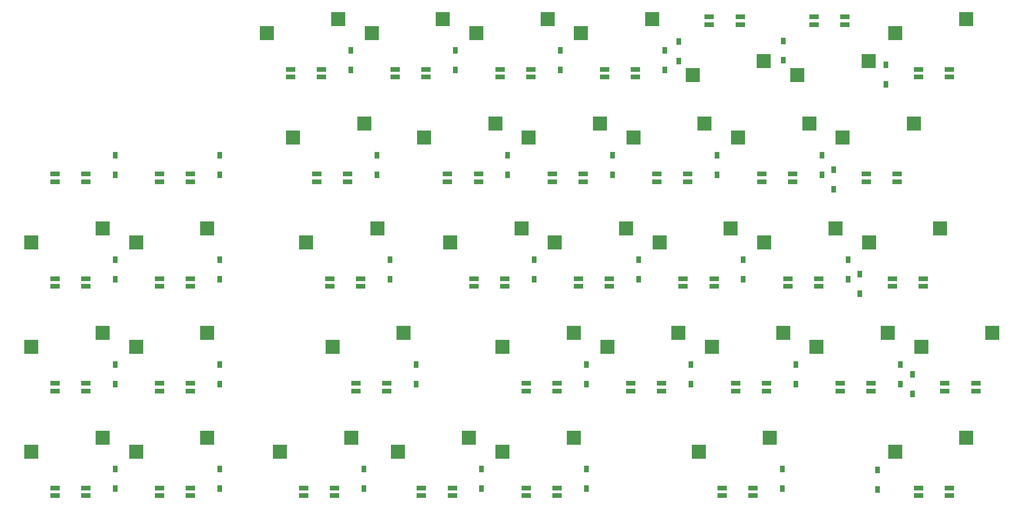
<source format=gbr>
%TF.GenerationSoftware,KiCad,Pcbnew,8.0.8*%
%TF.CreationDate,2025-04-15T16:35:59+09:00*%
%TF.ProjectId,sswkbd_left,7373776b-6264-45f6-9c65-66742e6b6963,rev?*%
%TF.SameCoordinates,Original*%
%TF.FileFunction,Paste,Bot*%
%TF.FilePolarity,Positive*%
%FSLAX46Y46*%
G04 Gerber Fmt 4.6, Leading zero omitted, Abs format (unit mm)*
G04 Created by KiCad (PCBNEW 8.0.8) date 2025-04-15 16:35:59*
%MOMM*%
%LPD*%
G01*
G04 APERTURE LIST*
%ADD10R,0.950000X1.300000*%
%ADD11R,2.550000X2.500000*%
%ADD12R,1.700000X0.825000*%
G04 APERTURE END LIST*
D10*
%TO.C,D67*%
X86461999Y-153979950D03*
X86461999Y-150429950D03*
%TD*%
%TO.C,D50*%
X60336999Y-134979950D03*
X60336999Y-131429950D03*
%TD*%
D11*
%TO.C,SW6*%
X178076250Y-76300000D03*
X165149250Y-78840000D03*
%TD*%
D10*
%TO.C,D38*%
X155361999Y-115954950D03*
X155361999Y-112404950D03*
%TD*%
%TO.C,D52*%
X126861999Y-134979950D03*
X126861999Y-131429950D03*
%TD*%
%TO.C,D39*%
X174361999Y-115954950D03*
X174361999Y-112404950D03*
%TD*%
D11*
%TO.C,SW50*%
X45155750Y-128220000D03*
X58082750Y-125680000D03*
%TD*%
D10*
%TO.C,D4*%
X141111999Y-77929950D03*
X141111999Y-74379950D03*
%TD*%
D11*
%TO.C,SW2*%
X87905750Y-71220000D03*
X100832750Y-68680000D03*
%TD*%
%TO.C,SW22*%
X154405750Y-90220000D03*
X167332750Y-87680000D03*
%TD*%
%TO.C,SW53*%
X130655750Y-128220000D03*
X143582750Y-125680000D03*
%TD*%
%TO.C,SW66*%
X45155750Y-147220000D03*
X58082750Y-144680000D03*
%TD*%
D10*
%TO.C,D1*%
X84111999Y-77929950D03*
X84111999Y-74379950D03*
%TD*%
D11*
%TO.C,SW18*%
X73655750Y-90220000D03*
X86582750Y-87680000D03*
%TD*%
D10*
%TO.C,D51*%
X95961999Y-134979950D03*
X95961999Y-131429950D03*
%TD*%
D11*
%TO.C,SW67*%
X71280750Y-147220000D03*
X84207750Y-144680000D03*
%TD*%
D10*
%TO.C,D3*%
X122111999Y-77929950D03*
X122111999Y-74379950D03*
%TD*%
D11*
%TO.C,SW70*%
X147255750Y-147220000D03*
X160182750Y-144680000D03*
%TD*%
%TO.C,SW68*%
X92655750Y-147220000D03*
X105582750Y-144680000D03*
%TD*%
%TO.C,SW23*%
X173405750Y-90220000D03*
X186332750Y-87680000D03*
%TD*%
D10*
%TO.C,D23*%
X171795000Y-99555000D03*
X171795000Y-96005000D03*
%TD*%
%TO.C,D33*%
X41336999Y-115954950D03*
X41336999Y-112404950D03*
%TD*%
%TO.C,D65*%
X41336999Y-153979950D03*
X41336999Y-150429950D03*
%TD*%
%TO.C,D70*%
X162461999Y-153979950D03*
X162461999Y-150429950D03*
%TD*%
D11*
%TO.C,SW65*%
X26155750Y-147220000D03*
X39082750Y-144680000D03*
%TD*%
D10*
%TO.C,D6*%
X162600000Y-76175000D03*
X162600000Y-72625000D03*
%TD*%
%TO.C,D36*%
X117361999Y-115954950D03*
X117361999Y-112404950D03*
%TD*%
D11*
%TO.C,SW38*%
X140155750Y-109220000D03*
X153082750Y-106680000D03*
%TD*%
%TO.C,SW69*%
X111655750Y-147220000D03*
X124582750Y-144680000D03*
%TD*%
D10*
%TO.C,D69*%
X126861999Y-153979950D03*
X126861999Y-150429950D03*
%TD*%
D11*
%TO.C,SW51*%
X80780750Y-128220000D03*
X93707750Y-125680000D03*
%TD*%
D10*
%TO.C,D20*%
X131611999Y-96929950D03*
X131611999Y-93379950D03*
%TD*%
D11*
%TO.C,SW49*%
X26155750Y-128220000D03*
X39082750Y-125680000D03*
%TD*%
%TO.C,SW56*%
X187655750Y-128220000D03*
X200582750Y-125680000D03*
%TD*%
%TO.C,SW7*%
X182905750Y-71220000D03*
X195832750Y-68680000D03*
%TD*%
%TO.C,SW39*%
X159155750Y-109220000D03*
X172082750Y-106680000D03*
%TD*%
%TO.C,SW4*%
X125905750Y-71220000D03*
X138832750Y-68680000D03*
%TD*%
D10*
%TO.C,D22*%
X169611999Y-96929950D03*
X169611999Y-93379950D03*
%TD*%
%TO.C,D16*%
X41336999Y-96929950D03*
X41336999Y-93379950D03*
%TD*%
%TO.C,D49*%
X41336999Y-134979950D03*
X41336999Y-131429950D03*
%TD*%
%TO.C,D53*%
X145861999Y-134979950D03*
X145861999Y-131429950D03*
%TD*%
%TO.C,D7*%
X181255000Y-80530000D03*
X181255000Y-76980000D03*
%TD*%
%TO.C,D37*%
X136361999Y-115954950D03*
X136361999Y-112404950D03*
%TD*%
D11*
%TO.C,SW19*%
X97405750Y-90220000D03*
X110332750Y-87680000D03*
%TD*%
%TO.C,SW36*%
X102155750Y-109220000D03*
X115082750Y-106680000D03*
%TD*%
%TO.C,SW55*%
X168655750Y-128220000D03*
X181582750Y-125680000D03*
%TD*%
D10*
%TO.C,D56*%
X186040000Y-136795000D03*
X186040000Y-133245000D03*
%TD*%
%TO.C,D5*%
X143637000Y-76321000D03*
X143637000Y-72771000D03*
%TD*%
%TO.C,D35*%
X91211999Y-115954950D03*
X91211999Y-112404950D03*
%TD*%
%TO.C,D21*%
X150611999Y-96929950D03*
X150611999Y-93379950D03*
%TD*%
D11*
%TO.C,SW5*%
X159076250Y-76300000D03*
X146149250Y-78840000D03*
%TD*%
%TO.C,SW52*%
X111655750Y-128220000D03*
X124582750Y-125680000D03*
%TD*%
D10*
%TO.C,D18*%
X88836999Y-96929950D03*
X88836999Y-93379950D03*
%TD*%
D11*
%TO.C,SW54*%
X149655750Y-128220000D03*
X162582750Y-125680000D03*
%TD*%
%TO.C,SW33*%
X26155750Y-109220000D03*
X39082750Y-106680000D03*
%TD*%
%TO.C,SW37*%
X121155750Y-109220000D03*
X134082750Y-106680000D03*
%TD*%
%TO.C,SW1*%
X68905750Y-71220000D03*
X81832750Y-68680000D03*
%TD*%
D10*
%TO.C,D55*%
X183861999Y-134979950D03*
X183861999Y-131429950D03*
%TD*%
%TO.C,D54*%
X164861999Y-134979950D03*
X164861999Y-131429950D03*
%TD*%
D11*
%TO.C,SW71*%
X182905750Y-147220000D03*
X195832750Y-144680000D03*
%TD*%
%TO.C,SW21*%
X135405750Y-90220000D03*
X148332750Y-87680000D03*
%TD*%
D10*
%TO.C,D2*%
X103111999Y-77929950D03*
X103111999Y-74379950D03*
%TD*%
D11*
%TO.C,SW40*%
X178155750Y-109220000D03*
X191082750Y-106680000D03*
%TD*%
%TO.C,SW20*%
X116405750Y-90220000D03*
X129332750Y-87680000D03*
%TD*%
%TO.C,SW35*%
X76030750Y-109220000D03*
X88957750Y-106680000D03*
%TD*%
%TO.C,SW34*%
X45155750Y-109220000D03*
X58082750Y-106680000D03*
%TD*%
D10*
%TO.C,D34*%
X60336999Y-115954950D03*
X60336999Y-112404950D03*
%TD*%
%TO.C,D71*%
X179695000Y-154080000D03*
X179695000Y-150530000D03*
%TD*%
D11*
%TO.C,SW3*%
X106905750Y-71220000D03*
X119832750Y-68680000D03*
%TD*%
D10*
%TO.C,D68*%
X107861999Y-153979950D03*
X107861999Y-150429950D03*
%TD*%
%TO.C,D19*%
X112611999Y-96929950D03*
X112611999Y-93379950D03*
%TD*%
%TO.C,D17*%
X60336999Y-96929950D03*
X60336999Y-93379950D03*
%TD*%
%TO.C,D40*%
X176525000Y-118525000D03*
X176525000Y-114975000D03*
%TD*%
D12*
%TO.C,LED3*%
X30440750Y-134822999D03*
X30440750Y-136223000D03*
X36040750Y-136223001D03*
X36040750Y-134823000D03*
%TD*%
%TO.C,LED27*%
X144440750Y-115822999D03*
X144440750Y-117223000D03*
X150040750Y-117223001D03*
X150040750Y-115823000D03*
%TD*%
%TO.C,LED7*%
X49440750Y-115822999D03*
X49440750Y-117223000D03*
X55040750Y-117223001D03*
X55040750Y-115823000D03*
%TD*%
%TO.C,LED32*%
X172940750Y-134822999D03*
X172940750Y-136223000D03*
X178540750Y-136223001D03*
X178540750Y-134823000D03*
%TD*%
%TO.C,LED38*%
X187190750Y-77822999D03*
X187190750Y-79223000D03*
X192790750Y-79223001D03*
X192790750Y-77823000D03*
%TD*%
%TO.C,LED13*%
X75565750Y-153822999D03*
X75565750Y-155223000D03*
X81165750Y-155223001D03*
X81165750Y-153823000D03*
%TD*%
%TO.C,LED30*%
X158690750Y-96822999D03*
X158690750Y-98223000D03*
X164290750Y-98223001D03*
X164290750Y-96823000D03*
%TD*%
%TO.C,LED28*%
X130190750Y-77822999D03*
X130190750Y-79223000D03*
X135790750Y-79223001D03*
X135790750Y-77823000D03*
%TD*%
%TO.C,LED35*%
X177690750Y-96822999D03*
X177690750Y-98223000D03*
X183290750Y-98223001D03*
X183290750Y-96823000D03*
%TD*%
%TO.C,LED29*%
X154791250Y-69697001D03*
X154791250Y-68297000D03*
X149191250Y-68296999D03*
X149191250Y-69697000D03*
%TD*%
%TO.C,LED11*%
X80315750Y-115822999D03*
X80315750Y-117223000D03*
X85915750Y-117223001D03*
X85915750Y-115823000D03*
%TD*%
%TO.C,LED37*%
X173791250Y-69697001D03*
X173791250Y-68297000D03*
X168191250Y-68296999D03*
X168191250Y-69697000D03*
%TD*%
%TO.C,LED14*%
X96940750Y-153822999D03*
X96940750Y-155223000D03*
X102540750Y-155223001D03*
X102540750Y-153823000D03*
%TD*%
%TO.C,LED1*%
X30440750Y-96822999D03*
X30440750Y-98223000D03*
X36040750Y-98223001D03*
X36040750Y-96823000D03*
%TD*%
%TO.C,LED18*%
X101690750Y-96822999D03*
X101690750Y-98223000D03*
X107290750Y-98223001D03*
X107290750Y-96823000D03*
%TD*%
%TO.C,LED24*%
X151540750Y-153822999D03*
X151540750Y-155223000D03*
X157140750Y-155223001D03*
X157140750Y-153823000D03*
%TD*%
%TO.C,LED2*%
X30440750Y-115822999D03*
X30440750Y-117223000D03*
X36040750Y-117223001D03*
X36040750Y-115823000D03*
%TD*%
%TO.C,LED20*%
X111190750Y-77822999D03*
X111190750Y-79223000D03*
X116790750Y-79223001D03*
X116790750Y-77823000D03*
%TD*%
%TO.C,LED19*%
X92190750Y-77822999D03*
X92190750Y-79223000D03*
X97790750Y-79223001D03*
X97790750Y-77823000D03*
%TD*%
%TO.C,LED33*%
X187190750Y-153822999D03*
X187190750Y-155223000D03*
X192790750Y-155223001D03*
X192790750Y-153823000D03*
%TD*%
%TO.C,LED22*%
X125440750Y-115822999D03*
X125440750Y-117223000D03*
X131040750Y-117223001D03*
X131040750Y-115823000D03*
%TD*%
D10*
%TO.C,D66*%
X60336999Y-153979950D03*
X60336999Y-150429950D03*
%TD*%
D12*
%TO.C,LED23*%
X134940750Y-134822999D03*
X134940750Y-136223000D03*
X140540750Y-136223001D03*
X140540750Y-134823000D03*
%TD*%
%TO.C,LED4*%
X30440750Y-153822999D03*
X30440750Y-155223000D03*
X36040750Y-155223001D03*
X36040750Y-153823000D03*
%TD*%
%TO.C,LED21*%
X120690750Y-96822999D03*
X120690750Y-98223000D03*
X126290750Y-98223001D03*
X126290750Y-96823000D03*
%TD*%
%TO.C,LED8*%
X49440750Y-96822999D03*
X49440750Y-98223000D03*
X55040750Y-98223001D03*
X55040750Y-96823000D03*
%TD*%
%TO.C,LED15*%
X115940750Y-153822999D03*
X115940750Y-155223000D03*
X121540750Y-155223001D03*
X121540750Y-153823000D03*
%TD*%
%TO.C,LED5*%
X49440750Y-153822999D03*
X49440750Y-155223000D03*
X55040750Y-155223001D03*
X55040750Y-153823000D03*
%TD*%
%TO.C,LED6*%
X49440750Y-134822999D03*
X49440750Y-136223000D03*
X55040750Y-136223001D03*
X55040750Y-134823000D03*
%TD*%
%TO.C,LED34*%
X191940750Y-134822999D03*
X191940750Y-136223000D03*
X197540750Y-136223001D03*
X197540750Y-134823000D03*
%TD*%
%TO.C,LED10*%
X77940750Y-96822999D03*
X77940750Y-98223000D03*
X83540750Y-98223001D03*
X83540750Y-96823000D03*
%TD*%
%TO.C,LED17*%
X106440750Y-115822999D03*
X106440750Y-117223000D03*
X112040750Y-117223001D03*
X112040750Y-115823000D03*
%TD*%
%TO.C,LED31*%
X163440750Y-115822999D03*
X163440750Y-117223000D03*
X169040750Y-117223001D03*
X169040750Y-115823000D03*
%TD*%
%TO.C,LED36*%
X182440750Y-115822999D03*
X182440750Y-117223000D03*
X188040750Y-117223001D03*
X188040750Y-115823000D03*
%TD*%
%TO.C,LED9*%
X73190750Y-77822999D03*
X73190750Y-79223000D03*
X78790750Y-79223001D03*
X78790750Y-77823000D03*
%TD*%
%TO.C,LED26*%
X139690750Y-96822999D03*
X139690750Y-98223000D03*
X145290750Y-98223001D03*
X145290750Y-96823000D03*
%TD*%
%TO.C,LED12*%
X85065750Y-134822999D03*
X85065750Y-136223000D03*
X90665750Y-136223001D03*
X90665750Y-134823000D03*
%TD*%
%TO.C,LED25*%
X153940750Y-134822999D03*
X153940750Y-136223000D03*
X159540750Y-136223001D03*
X159540750Y-134823000D03*
%TD*%
%TO.C,LED16*%
X115940750Y-134822999D03*
X115940750Y-136223000D03*
X121540750Y-136223001D03*
X121540750Y-134823000D03*
%TD*%
M02*

</source>
